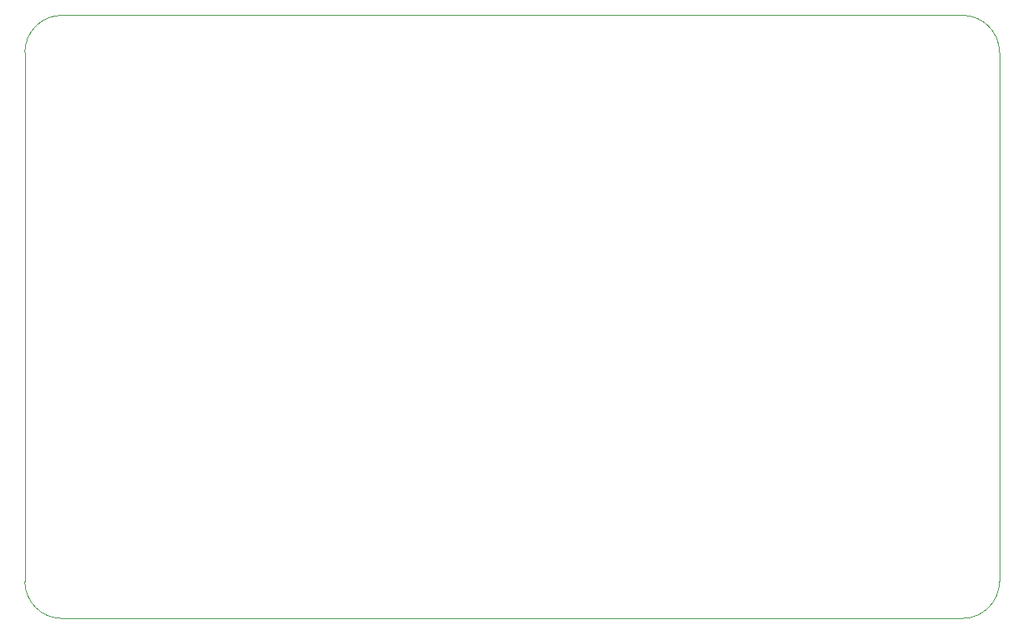
<source format=gbr>
%TF.GenerationSoftware,KiCad,Pcbnew,(6.0.5)*%
%TF.CreationDate,2022-07-22T00:32:43+07:00*%
%TF.ProjectId,MARUKO_RS485_Rev2,4d415255-4b4f-45f5-9253-3438355f5265,rev?*%
%TF.SameCoordinates,Original*%
%TF.FileFunction,Profile,NP*%
%FSLAX46Y46*%
G04 Gerber Fmt 4.6, Leading zero omitted, Abs format (unit mm)*
G04 Created by KiCad (PCBNEW (6.0.5)) date 2022-07-22 00:32:43*
%MOMM*%
%LPD*%
G01*
G04 APERTURE LIST*
%TA.AperFunction,Profile*%
%ADD10C,0.100000*%
%TD*%
G04 APERTURE END LIST*
D10*
X211000000Y-135000000D02*
G75*
G03*
X215000000Y-131000000I0J4000000D01*
G01*
X114000000Y-70000000D02*
G75*
G03*
X110000000Y-74000000I0J-4000000D01*
G01*
X215000000Y-131000000D02*
X215000000Y-74000000D01*
X110000000Y-131000000D02*
G75*
G03*
X114000000Y-135000000I4000000J0D01*
G01*
X114000000Y-135000000D02*
X211000000Y-135000000D01*
X110000000Y-74000000D02*
X110000000Y-131000000D01*
X215000000Y-74000000D02*
G75*
G03*
X211000000Y-70000000I-4000000J0D01*
G01*
X211000000Y-70000000D02*
X114000000Y-70000000D01*
M02*

</source>
